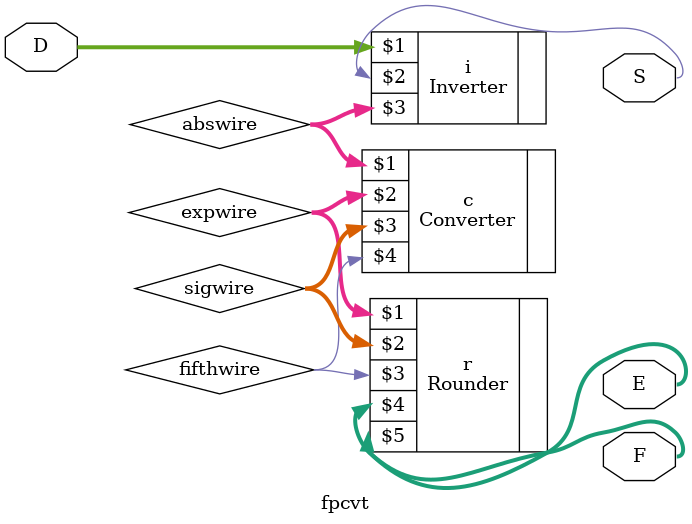
<source format=v>
`timescale 1ns / 1ps
module fpcvt(
    input [11:0] D,
    output S,
    output [2:0] E,
    output [3:0] F
    );
    
  
wire [11:0] abswire; 
wire [2:0] expwire;
wire [3:0] sigwire;
wire fifthwire;


Inverter i (D, S, abswire);
Converter c (abswire, expwire, sigwire, fifthwire);
Rounder r (expwire, sigwire, fifthwire, E, F); 




endmodule

</source>
